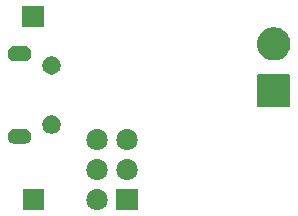
<source format=gbr>
G04 #@! TF.GenerationSoftware,KiCad,Pcbnew,(5.1.4)-1*
G04 #@! TF.CreationDate,2019-09-20T01:57:43+03:00*
G04 #@! TF.ProjectId,Simple_BMS,53696d70-6c65-45f4-924d-532e6b696361,rev?*
G04 #@! TF.SameCoordinates,Original*
G04 #@! TF.FileFunction,Soldermask,Bot*
G04 #@! TF.FilePolarity,Negative*
%FSLAX46Y46*%
G04 Gerber Fmt 4.6, Leading zero omitted, Abs format (unit mm)*
G04 Created by KiCad (PCBNEW (5.1.4)-1) date 2019-09-20 01:57:43*
%MOMM*%
%LPD*%
G04 APERTURE LIST*
%ADD10C,0.100000*%
G04 APERTURE END LIST*
D10*
G36*
X104809242Y-94152318D02*
G01*
X104875427Y-94158837D01*
X105045266Y-94210357D01*
X105201791Y-94294022D01*
X105237529Y-94323352D01*
X105338986Y-94406614D01*
X105422248Y-94508071D01*
X105451578Y-94543809D01*
X105535243Y-94700334D01*
X105586763Y-94870173D01*
X105604159Y-95046800D01*
X105586763Y-95223427D01*
X105535243Y-95393266D01*
X105451578Y-95549791D01*
X105422248Y-95585529D01*
X105338986Y-95686986D01*
X105237529Y-95770248D01*
X105201791Y-95799578D01*
X105045266Y-95883243D01*
X104875427Y-95934763D01*
X104812101Y-95941000D01*
X104743060Y-95947800D01*
X104654540Y-95947800D01*
X104585499Y-95941000D01*
X104522173Y-95934763D01*
X104352334Y-95883243D01*
X104195809Y-95799578D01*
X104160071Y-95770248D01*
X104058614Y-95686986D01*
X103975352Y-95585529D01*
X103946022Y-95549791D01*
X103862357Y-95393266D01*
X103810837Y-95223427D01*
X103793441Y-95046800D01*
X103810837Y-94870173D01*
X103862357Y-94700334D01*
X103946022Y-94543809D01*
X103975352Y-94508071D01*
X104058614Y-94406614D01*
X104160071Y-94323352D01*
X104195809Y-94294022D01*
X104352334Y-94210357D01*
X104522173Y-94158837D01*
X104588358Y-94152318D01*
X104654540Y-94145800D01*
X104743060Y-94145800D01*
X104809242Y-94152318D01*
X104809242Y-94152318D01*
G37*
G36*
X108139800Y-95947800D02*
G01*
X106337800Y-95947800D01*
X106337800Y-94145800D01*
X108139800Y-94145800D01*
X108139800Y-95947800D01*
X108139800Y-95947800D01*
G37*
G36*
X100241000Y-95941000D02*
G01*
X98439000Y-95941000D01*
X98439000Y-94139000D01*
X100241000Y-94139000D01*
X100241000Y-95941000D01*
X100241000Y-95941000D01*
G37*
G36*
X104809243Y-91612319D02*
G01*
X104875427Y-91618837D01*
X105045266Y-91670357D01*
X105201791Y-91754022D01*
X105237529Y-91783352D01*
X105338986Y-91866614D01*
X105422248Y-91968071D01*
X105451578Y-92003809D01*
X105535243Y-92160334D01*
X105586763Y-92330173D01*
X105604159Y-92506800D01*
X105586763Y-92683427D01*
X105535243Y-92853266D01*
X105451578Y-93009791D01*
X105422248Y-93045529D01*
X105338986Y-93146986D01*
X105237529Y-93230248D01*
X105201791Y-93259578D01*
X105045266Y-93343243D01*
X104875427Y-93394763D01*
X104809242Y-93401282D01*
X104743060Y-93407800D01*
X104654540Y-93407800D01*
X104588358Y-93401282D01*
X104522173Y-93394763D01*
X104352334Y-93343243D01*
X104195809Y-93259578D01*
X104160071Y-93230248D01*
X104058614Y-93146986D01*
X103975352Y-93045529D01*
X103946022Y-93009791D01*
X103862357Y-92853266D01*
X103810837Y-92683427D01*
X103793441Y-92506800D01*
X103810837Y-92330173D01*
X103862357Y-92160334D01*
X103946022Y-92003809D01*
X103975352Y-91968071D01*
X104058614Y-91866614D01*
X104160071Y-91783352D01*
X104195809Y-91754022D01*
X104352334Y-91670357D01*
X104522173Y-91618837D01*
X104588357Y-91612319D01*
X104654540Y-91605800D01*
X104743060Y-91605800D01*
X104809243Y-91612319D01*
X104809243Y-91612319D01*
G37*
G36*
X107349243Y-91612319D02*
G01*
X107415427Y-91618837D01*
X107585266Y-91670357D01*
X107741791Y-91754022D01*
X107777529Y-91783352D01*
X107878986Y-91866614D01*
X107962248Y-91968071D01*
X107991578Y-92003809D01*
X108075243Y-92160334D01*
X108126763Y-92330173D01*
X108144159Y-92506800D01*
X108126763Y-92683427D01*
X108075243Y-92853266D01*
X107991578Y-93009791D01*
X107962248Y-93045529D01*
X107878986Y-93146986D01*
X107777529Y-93230248D01*
X107741791Y-93259578D01*
X107585266Y-93343243D01*
X107415427Y-93394763D01*
X107349242Y-93401282D01*
X107283060Y-93407800D01*
X107194540Y-93407800D01*
X107128358Y-93401282D01*
X107062173Y-93394763D01*
X106892334Y-93343243D01*
X106735809Y-93259578D01*
X106700071Y-93230248D01*
X106598614Y-93146986D01*
X106515352Y-93045529D01*
X106486022Y-93009791D01*
X106402357Y-92853266D01*
X106350837Y-92683427D01*
X106333441Y-92506800D01*
X106350837Y-92330173D01*
X106402357Y-92160334D01*
X106486022Y-92003809D01*
X106515352Y-91968071D01*
X106598614Y-91866614D01*
X106700071Y-91783352D01*
X106735809Y-91754022D01*
X106892334Y-91670357D01*
X107062173Y-91618837D01*
X107128357Y-91612319D01*
X107194540Y-91605800D01*
X107283060Y-91605800D01*
X107349243Y-91612319D01*
X107349243Y-91612319D01*
G37*
G36*
X104809242Y-89072318D02*
G01*
X104875427Y-89078837D01*
X105045266Y-89130357D01*
X105201791Y-89214022D01*
X105205964Y-89217447D01*
X105338986Y-89326614D01*
X105420696Y-89426179D01*
X105451578Y-89463809D01*
X105535243Y-89620334D01*
X105586763Y-89790173D01*
X105604159Y-89966800D01*
X105586763Y-90143427D01*
X105535243Y-90313266D01*
X105451578Y-90469791D01*
X105422248Y-90505529D01*
X105338986Y-90606986D01*
X105237529Y-90690248D01*
X105201791Y-90719578D01*
X105045266Y-90803243D01*
X104875427Y-90854763D01*
X104809243Y-90861281D01*
X104743060Y-90867800D01*
X104654540Y-90867800D01*
X104588357Y-90861281D01*
X104522173Y-90854763D01*
X104352334Y-90803243D01*
X104195809Y-90719578D01*
X104160071Y-90690248D01*
X104058614Y-90606986D01*
X103975352Y-90505529D01*
X103946022Y-90469791D01*
X103862357Y-90313266D01*
X103810837Y-90143427D01*
X103793441Y-89966800D01*
X103810837Y-89790173D01*
X103862357Y-89620334D01*
X103946022Y-89463809D01*
X103976904Y-89426179D01*
X104058614Y-89326614D01*
X104191636Y-89217447D01*
X104195809Y-89214022D01*
X104352334Y-89130357D01*
X104522173Y-89078837D01*
X104588358Y-89072318D01*
X104654540Y-89065800D01*
X104743060Y-89065800D01*
X104809242Y-89072318D01*
X104809242Y-89072318D01*
G37*
G36*
X107349242Y-89072318D02*
G01*
X107415427Y-89078837D01*
X107585266Y-89130357D01*
X107741791Y-89214022D01*
X107745964Y-89217447D01*
X107878986Y-89326614D01*
X107960696Y-89426179D01*
X107991578Y-89463809D01*
X108075243Y-89620334D01*
X108126763Y-89790173D01*
X108144159Y-89966800D01*
X108126763Y-90143427D01*
X108075243Y-90313266D01*
X107991578Y-90469791D01*
X107962248Y-90505529D01*
X107878986Y-90606986D01*
X107777529Y-90690248D01*
X107741791Y-90719578D01*
X107585266Y-90803243D01*
X107415427Y-90854763D01*
X107349243Y-90861281D01*
X107283060Y-90867800D01*
X107194540Y-90867800D01*
X107128357Y-90861281D01*
X107062173Y-90854763D01*
X106892334Y-90803243D01*
X106735809Y-90719578D01*
X106700071Y-90690248D01*
X106598614Y-90606986D01*
X106515352Y-90505529D01*
X106486022Y-90469791D01*
X106402357Y-90313266D01*
X106350837Y-90143427D01*
X106333441Y-89966800D01*
X106350837Y-89790173D01*
X106402357Y-89620334D01*
X106486022Y-89463809D01*
X106516904Y-89426179D01*
X106598614Y-89326614D01*
X106731636Y-89217447D01*
X106735809Y-89214022D01*
X106892334Y-89130357D01*
X107062173Y-89078837D01*
X107128358Y-89072318D01*
X107194540Y-89065800D01*
X107283060Y-89065800D01*
X107349242Y-89072318D01*
X107349242Y-89072318D01*
G37*
G36*
X98556355Y-89032140D02*
G01*
X98620118Y-89038420D01*
X98710377Y-89065800D01*
X98742836Y-89075646D01*
X98855925Y-89136094D01*
X98955054Y-89217446D01*
X99036406Y-89316575D01*
X99096854Y-89429664D01*
X99096855Y-89429668D01*
X99134080Y-89552382D01*
X99146649Y-89680000D01*
X99134080Y-89807618D01*
X99106540Y-89898404D01*
X99096854Y-89930336D01*
X99036406Y-90043425D01*
X98955054Y-90142554D01*
X98855925Y-90223906D01*
X98742836Y-90284354D01*
X98710904Y-90294040D01*
X98620118Y-90321580D01*
X98556355Y-90327860D01*
X98524474Y-90331000D01*
X97760526Y-90331000D01*
X97728645Y-90327860D01*
X97664882Y-90321580D01*
X97574096Y-90294040D01*
X97542164Y-90284354D01*
X97429075Y-90223906D01*
X97329946Y-90142554D01*
X97248594Y-90043425D01*
X97188146Y-89930336D01*
X97178460Y-89898404D01*
X97150920Y-89807618D01*
X97138351Y-89680000D01*
X97150920Y-89552382D01*
X97188145Y-89429668D01*
X97188146Y-89429664D01*
X97248594Y-89316575D01*
X97329946Y-89217446D01*
X97429075Y-89136094D01*
X97542164Y-89075646D01*
X97574623Y-89065800D01*
X97664882Y-89038420D01*
X97728645Y-89032140D01*
X97760526Y-89029000D01*
X98524474Y-89029000D01*
X98556355Y-89032140D01*
X98556355Y-89032140D01*
G37*
G36*
X101068848Y-87933820D02*
G01*
X101068850Y-87933821D01*
X101068851Y-87933821D01*
X101210074Y-87992317D01*
X101210077Y-87992319D01*
X101337169Y-88077239D01*
X101445261Y-88185331D01*
X101530181Y-88312423D01*
X101530183Y-88312426D01*
X101588679Y-88453649D01*
X101618500Y-88603571D01*
X101618500Y-88756429D01*
X101588679Y-88906351D01*
X101530183Y-89047574D01*
X101530181Y-89047577D01*
X101445261Y-89174669D01*
X101337169Y-89282761D01*
X101210077Y-89367681D01*
X101210074Y-89367683D01*
X101068851Y-89426179D01*
X101068850Y-89426179D01*
X101068848Y-89426180D01*
X100918931Y-89456000D01*
X100766069Y-89456000D01*
X100616152Y-89426180D01*
X100616150Y-89426179D01*
X100616149Y-89426179D01*
X100474926Y-89367683D01*
X100474923Y-89367681D01*
X100347831Y-89282761D01*
X100239739Y-89174669D01*
X100154819Y-89047577D01*
X100154817Y-89047574D01*
X100096321Y-88906351D01*
X100066500Y-88756429D01*
X100066500Y-88603571D01*
X100096321Y-88453649D01*
X100154817Y-88312426D01*
X100154819Y-88312423D01*
X100239739Y-88185331D01*
X100347831Y-88077239D01*
X100474923Y-87992319D01*
X100474926Y-87992317D01*
X100616149Y-87933821D01*
X100616150Y-87933821D01*
X100616152Y-87933820D01*
X100766069Y-87904000D01*
X100918931Y-87904000D01*
X101068848Y-87933820D01*
X101068848Y-87933820D01*
G37*
G36*
X120934031Y-84422621D02*
G01*
X120963486Y-84431556D01*
X120990623Y-84446062D01*
X121014414Y-84465586D01*
X121033938Y-84489377D01*
X121048444Y-84516514D01*
X121057379Y-84545969D01*
X121061000Y-84582734D01*
X121061000Y-87057266D01*
X121057379Y-87094031D01*
X121048444Y-87123486D01*
X121033938Y-87150623D01*
X121014414Y-87174414D01*
X120990623Y-87193938D01*
X120963486Y-87208444D01*
X120934031Y-87217379D01*
X120897266Y-87221000D01*
X118422734Y-87221000D01*
X118385969Y-87217379D01*
X118356514Y-87208444D01*
X118329377Y-87193938D01*
X118305586Y-87174414D01*
X118286062Y-87150623D01*
X118271556Y-87123486D01*
X118262621Y-87094031D01*
X118259000Y-87057266D01*
X118259000Y-84582734D01*
X118262621Y-84545969D01*
X118271556Y-84516514D01*
X118286062Y-84489377D01*
X118305586Y-84465586D01*
X118329377Y-84446062D01*
X118356514Y-84431556D01*
X118385969Y-84422621D01*
X118422734Y-84419000D01*
X120897266Y-84419000D01*
X120934031Y-84422621D01*
X120934031Y-84422621D01*
G37*
G36*
X101068848Y-82933820D02*
G01*
X101068850Y-82933821D01*
X101068851Y-82933821D01*
X101210074Y-82992317D01*
X101210077Y-82992319D01*
X101337169Y-83077239D01*
X101445261Y-83185331D01*
X101530181Y-83312423D01*
X101530183Y-83312426D01*
X101588679Y-83453649D01*
X101618500Y-83603571D01*
X101618500Y-83756429D01*
X101588679Y-83906351D01*
X101530183Y-84047574D01*
X101530181Y-84047577D01*
X101445261Y-84174669D01*
X101337169Y-84282761D01*
X101210077Y-84367681D01*
X101210074Y-84367683D01*
X101068851Y-84426179D01*
X101068850Y-84426179D01*
X101068848Y-84426180D01*
X100918931Y-84456000D01*
X100766069Y-84456000D01*
X100616152Y-84426180D01*
X100616150Y-84426179D01*
X100616149Y-84426179D01*
X100474926Y-84367683D01*
X100474923Y-84367681D01*
X100347831Y-84282761D01*
X100239739Y-84174669D01*
X100154819Y-84047577D01*
X100154817Y-84047574D01*
X100096321Y-83906351D01*
X100066500Y-83756429D01*
X100066500Y-83603571D01*
X100096321Y-83453649D01*
X100154817Y-83312426D01*
X100154819Y-83312423D01*
X100239739Y-83185331D01*
X100347831Y-83077239D01*
X100474923Y-82992319D01*
X100474926Y-82992317D01*
X100616149Y-82933821D01*
X100616150Y-82933821D01*
X100616152Y-82933820D01*
X100766069Y-82904000D01*
X100918931Y-82904000D01*
X101068848Y-82933820D01*
X101068848Y-82933820D01*
G37*
G36*
X98556355Y-82032140D02*
G01*
X98620118Y-82038420D01*
X98710904Y-82065960D01*
X98742836Y-82075646D01*
X98855925Y-82136094D01*
X98955054Y-82217446D01*
X99036406Y-82316575D01*
X99096854Y-82429664D01*
X99096855Y-82429668D01*
X99134080Y-82552382D01*
X99146649Y-82680000D01*
X99134080Y-82807618D01*
X99106540Y-82898404D01*
X99096854Y-82930336D01*
X99036406Y-83043425D01*
X98955054Y-83142554D01*
X98855925Y-83223906D01*
X98742836Y-83284354D01*
X98710904Y-83294040D01*
X98620118Y-83321580D01*
X98556355Y-83327860D01*
X98524474Y-83331000D01*
X97760526Y-83331000D01*
X97728645Y-83327860D01*
X97664882Y-83321580D01*
X97574096Y-83294040D01*
X97542164Y-83284354D01*
X97429075Y-83223906D01*
X97329946Y-83142554D01*
X97248594Y-83043425D01*
X97188146Y-82930336D01*
X97178460Y-82898404D01*
X97150920Y-82807618D01*
X97138351Y-82680000D01*
X97150920Y-82552382D01*
X97188145Y-82429668D01*
X97188146Y-82429664D01*
X97248594Y-82316575D01*
X97329946Y-82217446D01*
X97429075Y-82136094D01*
X97542164Y-82075646D01*
X97574096Y-82065960D01*
X97664882Y-82038420D01*
X97728645Y-82032140D01*
X97760526Y-82029000D01*
X98524474Y-82029000D01*
X98556355Y-82032140D01*
X98556355Y-82032140D01*
G37*
G36*
X119978433Y-80494893D02*
G01*
X120068657Y-80512839D01*
X120174267Y-80556585D01*
X120323621Y-80618449D01*
X120323622Y-80618450D01*
X120553086Y-80771772D01*
X120748228Y-80966914D01*
X120850675Y-81120237D01*
X120901551Y-81196379D01*
X121007161Y-81451344D01*
X121061000Y-81722012D01*
X121061000Y-81997988D01*
X121045553Y-82075645D01*
X121007161Y-82268657D01*
X120963415Y-82374267D01*
X120901551Y-82523621D01*
X120882332Y-82552384D01*
X120748228Y-82753086D01*
X120553086Y-82948228D01*
X120410613Y-83043425D01*
X120323621Y-83101551D01*
X120224633Y-83142553D01*
X120068657Y-83207161D01*
X119984478Y-83223905D01*
X119797988Y-83261000D01*
X119522012Y-83261000D01*
X119335522Y-83223905D01*
X119251343Y-83207161D01*
X119095367Y-83142553D01*
X118996379Y-83101551D01*
X118909387Y-83043425D01*
X118766914Y-82948228D01*
X118571772Y-82753086D01*
X118437668Y-82552384D01*
X118418449Y-82523621D01*
X118356585Y-82374267D01*
X118312839Y-82268657D01*
X118274447Y-82075645D01*
X118259000Y-81997988D01*
X118259000Y-81722012D01*
X118312839Y-81451344D01*
X118418449Y-81196379D01*
X118469325Y-81120237D01*
X118571772Y-80966914D01*
X118766914Y-80771772D01*
X118996378Y-80618450D01*
X118996379Y-80618449D01*
X119145733Y-80556585D01*
X119251343Y-80512839D01*
X119341567Y-80494893D01*
X119522012Y-80459000D01*
X119797988Y-80459000D01*
X119978433Y-80494893D01*
X119978433Y-80494893D01*
G37*
G36*
X100171000Y-80441000D02*
G01*
X98369000Y-80441000D01*
X98369000Y-78639000D01*
X100171000Y-78639000D01*
X100171000Y-80441000D01*
X100171000Y-80441000D01*
G37*
M02*

</source>
